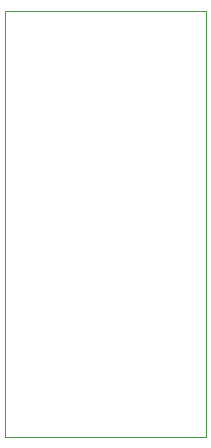
<source format=gbr>
%TF.GenerationSoftware,KiCad,Pcbnew,5.1.12-84ad8e8a86~92~ubuntu18.04.1*%
%TF.CreationDate,2023-06-24T13:51:17+02:00*%
%TF.ProjectId,EPROM-27512-GLS27SF512,4550524f-4d2d-4323-9735-31322d474c53,r2*%
%TF.SameCoordinates,Original*%
%TF.FileFunction,Profile,NP*%
%FSLAX46Y46*%
G04 Gerber Fmt 4.6, Leading zero omitted, Abs format (unit mm)*
G04 Created by KiCad (PCBNEW 5.1.12-84ad8e8a86~92~ubuntu18.04.1) date 2023-06-24 13:51:17*
%MOMM*%
%LPD*%
G01*
G04 APERTURE LIST*
%TA.AperFunction,Profile*%
%ADD10C,0.050000*%
%TD*%
G04 APERTURE END LIST*
D10*
X103073200Y-68173600D02*
X86080600Y-68173600D01*
X103073200Y-68300600D02*
X103073200Y-68173600D01*
X103073200Y-104267000D02*
X103073200Y-68300600D01*
X103047800Y-104267000D02*
X103073200Y-104267000D01*
X86080600Y-104267000D02*
X103047800Y-104267000D01*
X86080600Y-68173600D02*
X86080600Y-104267000D01*
M02*

</source>
